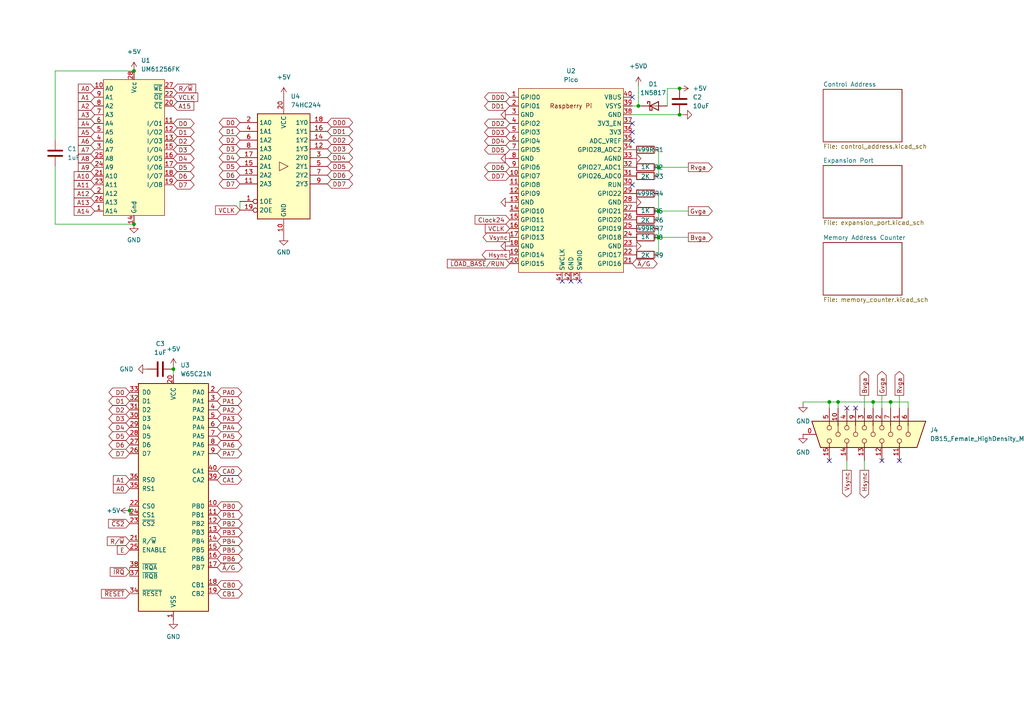
<source format=kicad_sch>
(kicad_sch (version 20211123) (generator eeschema)
  (paper "A4")
  (lib_symbols
    (symbol "6847P:Pico"
      (property "Reference" "U" (at 0 31.75 0))
      (property "Value" "Pico" (at 0 29.21 0))
      (symbol "Pico_0_0"
        (text "Raspberry Pi" (at 0 21.59 0) (effects (font (size 1.27 1.27))))
      )
      (symbol "Pico_0_1"
        (rectangle (start -15.24 26.67) (end 15.24 -26.67) (fill (type background)))
      )
      (symbol "Pico_1_1"
        (pin bidirectional line (at -17.78 24.13 0) (length 2.54) (name "GPIO0") (number "1"))
        (pin bidirectional line (at -17.78 1.27 0) (length 2.54) (name "GPIO7") (number "10"))
        (pin bidirectional line (at -17.78 -1.27 0) (length 2.54) (name "GPIO8") (number "11"))
        (pin bidirectional line (at -17.78 -3.81 0) (length 2.54) (name "GPIO9") (number "12"))
        (pin power_in line (at -17.78 -6.35 0) (length 2.54) (name "GND") (number "13"))
        (pin bidirectional line (at -17.78 -8.89 0) (length 2.54) (name "GPIO10") (number "14"))
        (pin bidirectional line (at -17.78 -11.43 0) (length 2.54) (name "GPIO11") (number "15"))
        (pin bidirectional line (at -17.78 -13.97 0) (length 2.54) (name "GPIO12") (number "16"))
        (pin bidirectional line (at -17.78 -16.51 0) (length 2.54) (name "GPIO13") (number "17"))
        (pin power_in line (at -17.78 -19.05 0) (length 2.54) (name "GND") (number "18"))
        (pin bidirectional line (at -17.78 -21.59 0) (length 2.54) (name "GPIO14") (number "19"))
        (pin bidirectional line (at -17.78 21.59 0) (length 2.54) (name "GPIO1") (number "2"))
        (pin bidirectional line (at -17.78 -24.13 0) (length 2.54) (name "GPIO15") (number "20"))
        (pin bidirectional line (at 17.78 -24.13 180) (length 2.54) (name "GPIO16") (number "21"))
        (pin bidirectional line (at 17.78 -21.59 180) (length 2.54) (name "GPIO17") (number "22"))
        (pin power_in line (at 17.78 -19.05 180) (length 2.54) (name "GND") (number "23"))
        (pin bidirectional line (at 17.78 -16.51 180) (length 2.54) (name "GPIO18") (number "24"))
        (pin bidirectional line (at 17.78 -13.97 180) (length 2.54) (name "GPIO19") (number "25"))
        (pin bidirectional line (at 17.78 -11.43 180) (length 2.54) (name "GPIO20") (number "26"))
        (pin bidirectional line (at 17.78 -8.89 180) (length 2.54) (name "GPIO21") (number "27"))
        (pin power_in line (at 17.78 -6.35 180) (length 2.54) (name "GND") (number "28"))
        (pin bidirectional line (at 17.78 -3.81 180) (length 2.54) (name "GPIO22") (number "29"))
        (pin power_in line (at -17.78 19.05 0) (length 2.54) (name "GND") (number "3"))
        (pin input line (at 17.78 -1.27 180) (length 2.54) (name "RUN") (number "30"))
        (pin bidirectional line (at 17.78 1.27 180) (length 2.54) (name "GPIO26_ADC0") (number "31"))
        (pin bidirectional line (at 17.78 3.81 180) (length 2.54) (name "GPIO27_ADC1") (number "32"))
        (pin power_in line (at 17.78 6.35 180) (length 2.54) (name "AGND") (number "33"))
        (pin bidirectional line (at 17.78 8.89 180) (length 2.54) (name "GPIO28_ADC2") (number "34"))
        (pin unspecified line (at 17.78 11.43 180) (length 2.54) (name "ADC_VREF") (number "35"))
        (pin unspecified line (at 17.78 13.97 180) (length 2.54) (name "3V3") (number "36"))
        (pin input line (at 17.78 16.51 180) (length 2.54) (name "3V3_EN") (number "37"))
        (pin bidirectional line (at 17.78 19.05 180) (length 2.54) (name "GND") (number "38"))
        (pin unspecified line (at 17.78 21.59 180) (length 2.54) (name "VSYS") (number "39"))
        (pin bidirectional line (at -17.78 16.51 0) (length 2.54) (name "GPIO2") (number "4"))
        (pin unspecified line (at 17.78 24.13 180) (length 2.54) (name "VBUS") (number "40"))
        (pin input line (at -2.54 -29.21 90) (length 2.54) (name "SWCLK") (number "41"))
        (pin power_in line (at 0 -29.21 90) (length 2.54) (name "GND") (number "42"))
        (pin bidirectional line (at 2.54 -29.21 90) (length 2.54) (name "SWDIO") (number "43"))
        (pin bidirectional line (at -17.78 13.97 0) (length 2.54) (name "GPIO3") (number "5"))
        (pin bidirectional line (at -17.78 11.43 0) (length 2.54) (name "GPIO4") (number "6"))
        (pin bidirectional line (at -17.78 8.89 0) (length 2.54) (name "GPIO5") (number "7"))
        (pin power_in line (at -17.78 6.35 0) (length 2.54) (name "GND") (number "8"))
        (pin bidirectional line (at -17.78 3.81 0) (length 2.54) (name "GPIO6") (number "9"))
      )
    )
    (symbol "74xx:74HC244"
      (property "Reference" "U" (at -7.62 16.51 0))
      (property "Value" "74HC244" (at -7.62 -16.51 0))
      (symbol "74HC244_1_0"
        (polyline (pts (xy 1.27 0) (xy -1.27 1.27) (xy -1.27 -1.27) (xy 1.27 0)) (stroke (width 0.1524)))
        (pin input inverted (at -12.7 -10.16 0) (length 5.08) (name "1OE") (number "1"))
        (pin power_in line (at 0 -20.32 90) (length 5.08) (name "GND") (number "10"))
        (pin input line (at -12.7 -5.08 0) (length 5.08) (name "2A3") (number "11"))
        (pin tri_state line (at 12.7 5.08 180) (length 5.08) (name "1Y3") (number "12"))
        (pin input line (at -12.7 -2.54 0) (length 5.08) (name "2A2") (number "13"))
        (pin tri_state line (at 12.7 7.62 180) (length 5.08) (name "1Y2") (number "14"))
        (pin input line (at -12.7 0 0) (length 5.08) (name "2A1") (number "15"))
        (pin tri_state line (at 12.7 10.16 180) (length 5.08) (name "1Y1") (number "16"))
        (pin input line (at -12.7 2.54 0) (length 5.08) (name "2A0") (number "17"))
        (pin tri_state line (at 12.7 12.7 180) (length 5.08) (name "1Y0") (number "18"))
        (pin input inverted (at -12.7 -12.7 0) (length 5.08) (name "2OE") (number "19"))
        (pin input line (at -12.7 12.7 0) (length 5.08) (name "1A0") (number "2"))
        (pin power_in line (at 0 20.32 270) (length 5.08) (name "VCC") (number "20"))
        (pin tri_state line (at 12.7 2.54 180) (length 5.08) (name "2Y0") (number "3"))
        (pin input line (at -12.7 10.16 0) (length 5.08) (name "1A1") (number "4"))
        (pin tri_state line (at 12.7 0 180) (length 5.08) (name "2Y1") (number "5"))
        (pin input line (at -12.7 7.62 0) (length 5.08) (name "1A2") (number "6"))
        (pin tri_state line (at 12.7 -2.54 180) (length 5.08) (name "2Y2") (number "7"))
        (pin input line (at -12.7 5.08 0) (length 5.08) (name "1A3") (number "8"))
        (pin tri_state line (at 12.7 -5.08 180) (length 5.08) (name "2Y3") (number "9"))
      )
      (symbol "74HC244_1_1"
        (rectangle (start -7.62 15.24) (end 7.62 -15.24) (stroke (width 0.254)) (fill (type background)))
      )
    )
    (symbol "Connector:DB15_Female_HighDensity_MountingHoles" (pin_names (offset 1.016) hide)
      (property "Reference" "J" (at 0 21.59 0))
      (property "Value" "DB15_Female_HighDensity_MountingHoles" (at 0 19.05 0))
      (symbol "DB15_Female_HighDensity_MountingHoles_0_1"
        (circle (center -1.905 -10.16) (radius 0.635))
        (circle (center -1.905 -5.08) (radius 0.635))
        (circle (center -1.905 0) (radius 0.635))
        (circle (center -1.905 5.08) (radius 0.635))
        (circle (center -1.905 10.16) (radius 0.635))
        (circle (center 0 -7.62) (radius 0.635))
        (circle (center 0 -2.54) (radius 0.635))
        (polyline (pts (xy -3.175 7.62) (xy -0.635 7.62)))
        (polyline (pts (xy -0.635 -7.62) (xy -3.175 -7.62)))
        (polyline (pts (xy -0.635 -2.54) (xy -3.175 -2.54)))
        (polyline (pts (xy -0.635 2.54) (xy -3.175 2.54)))
        (polyline (pts (xy -0.635 12.7) (xy -3.175 12.7)))
        (polyline (pts (xy -3.81 17.78) (xy -3.81 -15.24) (xy 3.81 -12.7) (xy 3.81 15.24) (xy -3.81 17.78)) (stroke (width 0.254)) (fill (type background)))
        (circle (center 0 2.54) (radius 0.635))
        (circle (center 0 7.62) (radius 0.635))
        (circle (center 0 12.7) (radius 0.635))
        (circle (center 1.905 -10.16) (radius 0.635))
        (circle (center 1.905 -5.08) (radius 0.635))
        (circle (center 1.905 0) (radius 0.635))
        (circle (center 1.905 5.08) (radius 0.635))
        (circle (center 1.905 10.16) (radius 0.635))
      )
      (symbol "DB15_Female_HighDensity_MountingHoles_1_1"
        (pin passive line (at 0 -17.78 90) (length 3.81) (name "~") (number "0"))
        (pin passive line (at -7.62 10.16 0) (length 5.08) (name "~") (number "1"))
        (pin passive line (at -7.62 -7.62 0) (length 5.08) (name "~") (number "10"))
        (pin passive line (at 7.62 10.16 180) (length 5.08) (name "~") (number "11"))
        (pin passive line (at 7.62 5.08 180) (length 5.08) (name "~") (number "12"))
        (pin passive line (at 7.62 0 180) (length 5.08) (name "~") (number "13"))
        (pin passive line (at 7.62 -5.08 180) (length 5.08) (name "~") (number "14"))
        (pin passive line (at 7.62 -10.16 180) (length 5.08) (name "~") (number "15"))
        (pin passive line (at -7.62 5.08 0) (length 5.08) (name "~") (number "2"))
        (pin passive line (at -7.62 0 0) (length 5.08) (name "~") (number "3"))
        (pin passive line (at -7.62 -5.08 0) (length 5.08) (name "~") (number "4"))
        (pin passive line (at -7.62 -10.16 0) (length 5.08) (name "~") (number "5"))
        (pin passive line (at -7.62 12.7 0) (length 5.08) (name "~") (number "6"))
        (pin passive line (at -7.62 7.62 0) (length 5.08) (name "~") (number "7"))
        (pin passive line (at -7.62 2.54 0) (length 5.08) (name "~") (number "8"))
        (pin passive line (at -7.62 -2.54 0) (length 5.08) (name "~") (number "9"))
      )
    )
    (symbol "Device:C" (pin_numbers hide) (pin_names (offset 0.254))
      (property "Reference" "C" (at 0.635 2.54 0))
      (property "Value" "C" (at 0.635 -2.54 0))
      (symbol "C_0_1"
        (polyline (pts (xy -2.032 -0.762) (xy 2.032 -0.762)) (stroke (width 0.508)))
        (polyline (pts (xy -2.032 0.762) (xy 2.032 0.762)) (stroke (width 0.508)))
      )
      (symbol "C_1_1"
        (pin passive line (at 0 3.81 270) (length 2.794) (name "~") (number "1"))
        (pin passive line (at 0 -3.81 90) (length 2.794) (name "~") (number "2"))
      )
    )
    (symbol "Device:R" (pin_numbers hide) (pin_names (offset 0))
      (property "Reference" "R" (at 2.032 0 90))
      (property "Value" "R" (at 0 0 90))
      (symbol "R_0_1"
        (rectangle (start -1.016 -2.54) (end 1.016 2.54) (stroke (width 0.254)))
      )
      (symbol "R_1_1"
        (pin passive line (at 0 3.81 270) (length 1.27) (name "~") (number "1"))
        (pin passive line (at 0 -3.81 90) (length 1.27) (name "~") (number "2"))
      )
    )
    (symbol "Diode:1N5817" (pin_numbers hide) (pin_names (offset 1.016) hide)
      (property "Reference" "D" (at 0 2.54 0))
      (property "Value" "1N5817" (at 0 -2.54 0))
      (symbol "1N5817_0_1"
        (polyline (pts (xy 1.27 0) (xy -1.27 0)))
        (polyline (pts (xy 1.27 1.27) (xy 1.27 -1.27) (xy -1.27 0) (xy 1.27 1.27)) (stroke (width 0.254)))
        (polyline (pts (xy -1.905 0.635) (xy -1.905 1.27) (xy -1.27 1.27) (xy -1.27 -1.27) (xy -0.635 -1.27) (xy -0.635 -0.635)) (stroke (width 0.254)))
      )
      (symbol "1N5817_1_1"
        (pin passive line (at -3.81 0 0) (length 2.54) (name "K") (number "1"))
        (pin passive line (at 3.81 0 180) (length 2.54) (name "A") (number "2"))
      )
    )
    (symbol "Interface:6821" (pin_names (offset 1.016))
      (property "Reference" "U" (at -7.62 34.29 0))
      (property "Value" "6821" (at 10.16 34.29 0))
      (symbol "6821_0_1"
        (rectangle (start -10.16 -33.02) (end 10.16 33.02) (stroke (width 0.254)) (fill (type background)))
      )
      (symbol "6821_1_1"
        (pin power_in line (at 0 -35.56 90) (length 2.54) (name "VSS") (number "1"))
        (pin bidirectional line (at 12.7 -2.54 180) (length 2.54) (name "PB0") (number "10"))
        (pin bidirectional line (at 12.7 -5.08 180) (length 2.54) (name "PB1") (number "11"))
        (pin bidirectional line (at 12.7 -7.62 180) (length 2.54) (name "PB2") (number "12"))
        (pin bidirectional line (at 12.7 -10.16 180) (length 2.54) (name "PB3") (number "13"))
        (pin bidirectional line (at 12.7 -12.7 180) (length 2.54) (name "PB4") (number "14"))
        (pin bidirectional line (at 12.7 -15.24 180) (length 2.54) (name "PB5") (number "15"))
        (pin bidirectional line (at 12.7 -17.78 180) (length 2.54) (name "PB6") (number "16"))
        (pin bidirectional line (at 12.7 -20.32 180) (length 2.54) (name "PB7") (number "17"))
        (pin input line (at 12.7 -25.4 180) (length 2.54) (name "CB1") (number "18"))
        (pin bidirectional line (at 12.7 -27.94 180) (length 2.54) (name "CB2") (number "19"))
        (pin bidirectional line (at 12.7 30.48 180) (length 2.54) (name "PA0") (number "2"))
        (pin power_in line (at 0 35.56 270) (length 2.54) (name "VCC") (number "20"))
        (pin input line (at -12.7 -12.7 0) (length 2.54) (name "R/~{W}") (number "21"))
        (pin input line (at -12.7 -2.54 0) (length 2.54) (name "CS0") (number "22"))
        (pin input line (at -12.7 -7.62 0) (length 2.54) (name "~{CS2}") (number "23"))
        (pin input line (at -12.7 -5.08 0) (length 2.54) (name "CS1") (number "24"))
        (pin input line (at -12.7 -15.24 0) (length 2.54) (name "ENABLE") (number "25"))
        (pin bidirectional line (at -12.7 12.7 0) (length 2.54) (name "D7") (number "26"))
        (pin bidirectional line (at -12.7 15.24 0) (length 2.54) (name "D6") (number "27"))
        (pin bidirectional line (at -12.7 17.78 0) (length 2.54) (name "D5") (number "28"))
        (pin bidirectional line (at -12.7 20.32 0) (length 2.54) (name "D4") (number "29"))
        (pin bidirectional line (at 12.7 27.94 180) (length 2.54) (name "PA1") (number "3"))
        (pin bidirectional line (at -12.7 22.86 0) (length 2.54) (name "D3") (number "30"))
        (pin bidirectional line (at -12.7 25.4 0) (length 2.54) (name "D2") (number "31"))
        (pin bidirectional line (at -12.7 27.94 0) (length 2.54) (name "D1") (number "32"))
        (pin bidirectional line (at -12.7 30.48 0) (length 2.54) (name "D0") (number "33"))
        (pin input line (at -12.7 -27.94 0) (length 2.54) (name "~{RESET}") (number "34"))
        (pin input line (at -12.7 2.54 0) (length 2.54) (name "RS1") (number "35"))
        (pin input line (at -12.7 5.08 0) (length 2.54) (name "RS0") (number "36"))
        (pin open_collector line (at -12.7 -22.86 0) (length 2.54) (name "~{IRQB}") (number "37"))
        (pin open_collector line (at -12.7 -20.32 0) (length 2.54) (name "~{IRQA}") (number "38"))
        (pin bidirectional line (at 12.7 5.08 180) (length 2.54) (name "CA2") (number "39"))
        (pin bidirectional line (at 12.7 25.4 180) (length 2.54) (name "PA2") (number "4"))
        (pin input line (at 12.7 7.62 180) (length 2.54) (name "CA1") (number "40"))
        (pin bidirectional line (at 12.7 22.86 180) (length 2.54) (name "PA3") (number "5"))
        (pin bidirectional line (at 12.7 20.32 180) (length 2.54) (name "PA4") (number "6"))
        (pin bidirectional line (at 12.7 17.78 180) (length 2.54) (name "PA5") (number "7"))
        (pin bidirectional line (at 12.7 15.24 180) (length 2.54) (name "PA6") (number "8"))
        (pin bidirectional line (at 12.7 12.7 180) (length 2.54) (name "PA7") (number "9"))
      )
    )
    (symbol "UM61256FK_1"
      (property "Reference" "U" (at 0 8.89 0))
      (property "Value" "UM61256FK_1" (at 0 11.43 0))
      (symbol "UM61256FK_1_0_1"
        (rectangle (start -8.89 21.59) (end 8.89 -17.78) (fill (type background)))
      )
      (symbol "UM61256FK_1_1_1"
        (pin input line (at -11.43 -16.51 0) (length 2.54) (name "A14") (number "1"))
        (pin input line (at -11.43 19.05 0) (length 2.54) (name "A0") (number "10"))
        (pin bidirectional line (at 11.43 8.89 180) (length 2.54) (name "I/O1") (number "11"))
        (pin bidirectional line (at 11.43 6.35 180) (length 2.54) (name "I/O2") (number "12"))
        (pin bidirectional line (at 11.43 3.81 180) (length 2.54) (name "I/O3") (number "13"))
        (pin power_in line (at 0 -20.32 90) (length 2.54) (name "Gnd") (number "14"))
        (pin bidirectional line (at 11.43 1.27 180) (length 2.54) (name "I/O4") (number "15"))
        (pin bidirectional line (at 11.43 -1.27 180) (length 2.54) (name "I/O5") (number "16"))
        (pin bidirectional line (at 11.43 -3.81 180) (length 2.54) (name "I/O6") (number "17"))
        (pin bidirectional line (at 11.43 -6.35 180) (length 2.54) (name "I/O7") (number "18"))
        (pin bidirectional line (at 11.43 -8.89 180) (length 2.54) (name "I/O8") (number "19"))
        (pin input line (at -11.43 -11.43 0) (length 2.54) (name "A12") (number "2"))
        (pin input line (at 11.43 13.97 180) (length 2.54) (name "~{CE}") (number "20"))
        (pin input line (at -11.43 -6.35 0) (length 2.54) (name "A10") (number "21"))
        (pin input line (at 11.43 16.51 180) (length 2.54) (name "~{OE}") (number "22"))
        (pin input line (at -11.43 -8.89 0) (length 2.54) (name "A11") (number "23"))
        (pin input line (at -11.43 -3.81 0) (length 2.54) (name "A9") (number "24"))
        (pin input line (at -11.43 -1.27 0) (length 2.54) (name "A8") (number "25"))
        (pin input line (at -11.43 -13.97 0) (length 2.54) (name "A13") (number "26"))
        (pin input line (at 11.43 19.05 180) (length 2.54) (name "~{WE}") (number "27"))
        (pin power_in line (at 0 24.13 270) (length 2.54) (name "Vcc") (number "28"))
        (pin input line (at -11.43 1.27 0) (length 2.54) (name "A7") (number "3"))
        (pin input line (at -11.43 3.81 0) (length 2.54) (name "A6") (number "4"))
        (pin input line (at -11.43 6.35 0) (length 2.54) (name "A5") (number "5"))
        (pin input line (at -11.43 8.89 0) (length 2.54) (name "A4") (number "6"))
        (pin input line (at -11.43 11.43 0) (length 2.54) (name "A3") (number "7"))
        (pin input line (at -11.43 13.97 0) (length 2.54) (name "A2") (number "8"))
        (pin input line (at -11.43 16.51 0) (length 2.54) (name "A1") (number "9"))
      )
    )
    (symbol "power:+5V" (power) (pin_names (offset 0))
      (property "Value" "+5V" (at 0 3.556 0))
      (symbol "+5V_0_1"
        (polyline (pts (xy -0.762 1.27) (xy 0 2.54)))
        (polyline (pts (xy 0 0) (xy 0 2.54)))
        (polyline (pts (xy 0 2.54) (xy 0.762 1.27)))
      )
      (symbol "+5V_1_1"
        (pin power_in line (at 0 0 90) (length 0) hide (name "+5V") (number "1"))
      )
    )
    (symbol "power:+5VD" (power) (pin_names (offset 0))
      (property "Value" "+5VD" (at 0 3.556 0))
      (symbol "+5VD_0_1"
        (polyline (pts (xy -0.762 1.27) (xy 0 2.54)))
        (polyline (pts (xy 0 0) (xy 0 2.54)))
        (polyline (pts (xy 0 2.54) (xy 0.762 1.27)))
      )
      (symbol "+5VD_1_1"
        (pin power_in line (at 0 0 90) (length 0) hide (name "+5VD") (number "1"))
      )
    )
    (symbol "power:GND" (power) (pin_names (offset 0))
      (property "Value" "GND" (at 0 -3.81 0))
      (symbol "GND_0_1"
        (polyline (pts (xy 0 0) (xy 0 -1.27) (xy 1.27 -1.27) (xy 0 -2.54) (xy -1.27 -1.27) (xy 0 -1.27)))
      )
      (symbol "GND_1_1"
        (pin power_in line (at 0 0 270) (length 0) hide (name "GND") (number "1"))
      )
    )
  )
  (junction (at 197.104 25.654))
  (junction (at 240.538 116.586))
  (junction (at 191.008 48.514))
  (junction (at 243.078 116.586))
  (junction (at 191.008 68.834))
  (junction (at 191.008 61.214))
  (junction (at 38.862 65.024))
  (junction (at 197.104 33.274))
  (junction (at 253.238 116.586))
  (junction (at 185.166 30.734))
  (junction (at 37.592 148.082))
  (junction (at 258.318 116.586))
  (junction (at 50.292 107.061))
  (junction (at 38.862 20.574))
  (no_connect (at 260.858 133.604))
  (no_connect (at 245.618 118.364))
  (no_connect (at 248.158 118.364))
  (no_connect (at 255.778 133.604))
  (no_connect (at 240.538 133.604))
  (no_connect (at 183.388 40.894))
  (no_connect (at 183.388 38.354))
  (no_connect (at 183.388 35.814))
  (no_connect (at 183.388 53.594))
  (no_connect (at 183.388 28.194))
  (no_connect (at 165.608 81.534))
  (no_connect (at 168.148 81.534))
  (no_connect (at 163.068 81.534))
  (wire (pts (xy 191.008 43.434) (xy 191.008 48.514)))
  (wire (pts (xy 253.238 116.586) (xy 258.318 116.586)))
  (wire (pts (xy 199.644 48.514) (xy 191.008 48.514)))
  (wire (pts (xy 37.592 148.082) (xy 37.592 149.352)))
  (wire (pts (xy 193.548 25.654) (xy 193.548 30.734)))
  (wire (pts (xy 191.008 48.514) (xy 191.008 51.054)))
  (wire (pts (xy 197.104 25.654) (xy 193.548 25.654)))
  (wire (pts (xy 198.12 33.274) (xy 197.104 33.274)))
  (wire (pts (xy 263.398 118.364) (xy 263.398 116.586)))
  (wire (pts (xy 243.078 116.586) (xy 240.538 116.586)))
  (wire (pts (xy 37.592 148.082) (xy 37.592 146.812)))
  (wire (pts (xy 253.238 116.586) (xy 243.078 116.586)))
  (wire (pts (xy 250.698 114.681) (xy 250.698 118.364)))
  (wire (pts (xy 16.002 65.024) (xy 38.862 65.024)))
  (wire (pts (xy 191.008 68.834) (xy 191.008 73.914)))
  (wire (pts (xy 245.618 136.398) (xy 245.618 133.604)))
  (wire (pts (xy 185.166 30.734) (xy 183.388 30.734)))
  (wire (pts (xy 263.398 116.586) (xy 258.318 116.586)))
  (wire (pts (xy 191.008 61.214) (xy 191.008 63.754)))
  (wire (pts (xy 50.292 107.061) (xy 50.292 108.712)))
  (wire (pts (xy 240.538 116.586) (xy 240.538 118.364)))
  (wire (pts (xy 232.918 116.586) (xy 240.538 116.586)))
  (wire (pts (xy 191.008 56.134) (xy 191.008 61.214)))
  (wire (pts (xy 50.292 106.553) (xy 50.292 107.061)))
  (wire (pts (xy 232.918 116.967) (xy 232.918 116.586)))
  (wire (pts (xy 243.078 116.586) (xy 243.078 118.364)))
  (wire (pts (xy 37.592 164.592) (xy 37.592 167.132)))
  (wire (pts (xy 16.002 48.26) (xy 16.002 65.024)))
  (wire (pts (xy 191.008 66.294) (xy 191.008 68.834)))
  (wire (pts (xy 185.166 24.892) (xy 185.166 30.734)))
  (wire (pts (xy 255.778 114.681) (xy 255.778 118.364)))
  (wire (pts (xy 199.644 61.214) (xy 191.008 61.214)))
  (wire (pts (xy 260.858 114.681) (xy 260.858 118.364)))
  (wire (pts (xy 199.644 68.834) (xy 191.008 68.834)))
  (wire (pts (xy 250.698 136.398) (xy 250.698 133.604)))
  (wire (pts (xy 258.318 116.586) (xy 258.318 118.364)))
  (wire (pts (xy 16.002 20.574) (xy 16.002 40.64)))
  (wire (pts (xy 183.388 33.274) (xy 197.104 33.274)))
  (wire (pts (xy 69.596 60.96) (xy 69.596 58.42)))
  (wire (pts (xy 253.238 118.364) (xy 253.238 116.586)))
  (wire (pts (xy 185.928 30.734) (xy 185.166 30.734)))
  (wire (pts (xy 38.862 20.574) (xy 16.002 20.574)))
  (global_label "PB1" (shape bidirectional) (at 62.992 149.352 0) (property "Intersheet References" "${INTERSHEET_REFS}" (effects hide)))
  (global_label "DD7" (shape bidirectional) (at 94.996 53.34 0) (property "Intersheet References" "${INTERSHEET_REFS}" (effects hide)))
  (global_label "D6" (shape bidirectional) (at 37.592 129.032 180) (property "Intersheet References" "${INTERSHEET_REFS}" (effects hide)))
  (global_label "Vsync" (shape output) (at 245.618 136.398 270) (property "Intersheet References" "${INTERSHEET_REFS}" (effects hide)))
  (global_label "D0" (shape bidirectional) (at 37.592 113.792 180) (property "Intersheet References" "${INTERSHEET_REFS}" (effects hide)))
  (global_label "A3" (shape input) (at 27.432 33.274 180) (property "Intersheet References" "${INTERSHEET_REFS}" (effects hide)))
  (global_label "~{CS2}" (shape input) (at 37.592 151.892 180) (property "Intersheet References" "${INTERSHEET_REFS}" (effects hide)))
  (global_label "~{A}{slash}G" (shape bidirectional) (at 62.992 164.592 0) (property "Intersheet References" "${INTERSHEET_REFS}" (effects hide)))
  (global_label "A6" (shape input) (at 27.432 40.894 180) (property "Intersheet References" "${INTERSHEET_REFS}" (effects hide)))
  (global_label "D5" (shape bidirectional) (at 50.292 48.514 0) (property "Intersheet References" "${INTERSHEET_REFS}" (effects hide)))
  (global_label "D5" (shape bidirectional) (at 69.596 48.26 180) (property "Intersheet References" "${INTERSHEET_REFS}" (effects hide)))
  (global_label "Gvga" (shape output) (at 199.644 61.214 0) (property "Intersheet References" "${INTERSHEET_REFS}" (effects hide)))
  (global_label "D7" (shape bidirectional) (at 50.292 53.594 0) (property "Intersheet References" "${INTERSHEET_REFS}" (effects hide)))
  (global_label "PA7" (shape bidirectional) (at 62.992 131.572 0) (property "Intersheet References" "${INTERSHEET_REFS}" (effects hide)))
  (global_label "A13" (shape input) (at 27.432 58.674 180) (property "Intersheet References" "${INTERSHEET_REFS}" (effects hide)))
  (global_label "VCLK" (shape input) (at 50.292 28.194 0) (property "Intersheet References" "${INTERSHEET_REFS}" (effects hide)))
  (global_label "CB0" (shape bidirectional) (at 62.992 169.672 0) (property "Intersheet References" "${INTERSHEET_REFS}" (effects hide)))
  (global_label "A9" (shape input) (at 27.432 48.514 180) (property "Intersheet References" "${INTERSHEET_REFS}" (effects hide)))
  (global_label "A2" (shape input) (at 27.432 30.734 180) (property "Intersheet References" "${INTERSHEET_REFS}" (effects hide)))
  (global_label "~{LOAD_BASE}{slash}RUN" (shape input) (at 147.828 76.454 180) (property "Intersheet References" "${INTERSHEET_REFS}" (effects hide)))
  (global_label "D0" (shape bidirectional) (at 69.596 35.56 180) (property "Intersheet References" "${INTERSHEET_REFS}" (effects hide)))
  (global_label "A0" (shape input) (at 37.592 141.732 180) (property "Intersheet References" "${INTERSHEET_REFS}" (effects hide)))
  (global_label "PA1" (shape bidirectional) (at 62.992 116.332 0) (property "Intersheet References" "${INTERSHEET_REFS}" (effects hide)))
  (global_label "D1" (shape bidirectional) (at 69.596 38.1 180) (property "Intersheet References" "${INTERSHEET_REFS}" (effects hide)))
  (global_label "PB3" (shape bidirectional) (at 62.992 154.432 0) (property "Intersheet References" "${INTERSHEET_REFS}" (effects hide)))
  (global_label "PA2" (shape bidirectional) (at 62.992 118.872 0) (property "Intersheet References" "${INTERSHEET_REFS}" (effects hide)))
  (global_label "A10" (shape input) (at 27.432 51.054 180) (property "Intersheet References" "${INTERSHEET_REFS}" (effects hide)))
  (global_label "Hsync" (shape output) (at 147.828 73.914 180) (property "Intersheet References" "${INTERSHEET_REFS}" (effects hide)))
  (global_label "~{RESET}" (shape input) (at 37.592 172.212 180) (property "Intersheet References" "${INTERSHEET_REFS}" (effects hide)))
  (global_label "DD0" (shape bidirectional) (at 147.828 28.194 180) (property "Intersheet References" "${INTERSHEET_REFS}" (effects hide)))
  (global_label "D7" (shape bidirectional) (at 37.592 131.572 180) (property "Intersheet References" "${INTERSHEET_REFS}" (effects hide)))
  (global_label "D1" (shape bidirectional) (at 50.292 38.354 0) (property "Intersheet References" "${INTERSHEET_REFS}" (effects hide)))
  (global_label "R{slash}~{W}" (shape input) (at 50.292 25.654 0) (property "Intersheet References" "${INTERSHEET_REFS}" (effects hide)))
  (global_label "DD0" (shape bidirectional) (at 94.996 35.56 0) (property "Intersheet References" "${INTERSHEET_REFS}" (effects hide)))
  (global_label "D2" (shape bidirectional) (at 69.596 40.64 180) (property "Intersheet References" "${INTERSHEET_REFS}" (effects hide)))
  (global_label "DD2" (shape bidirectional) (at 94.996 40.64 0) (property "Intersheet References" "${INTERSHEET_REFS}" (effects hide)))
  (global_label "D2" (shape bidirectional) (at 37.592 118.872 180) (property "Intersheet References" "${INTERSHEET_REFS}" (effects hide)))
  (global_label "DD3" (shape bidirectional) (at 147.828 38.354 180) (property "Intersheet References" "${INTERSHEET_REFS}" (effects hide)))
  (global_label "PA0" (shape bidirectional) (at 62.992 113.792 0) (property "Intersheet References" "${INTERSHEET_REFS}" (effects hide)))
  (global_label "D5" (shape bidirectional) (at 37.592 126.492 180) (property "Intersheet References" "${INTERSHEET_REFS}" (effects hide)))
  (global_label "D4" (shape bidirectional) (at 37.592 123.952 180) (property "Intersheet References" "${INTERSHEET_REFS}" (effects hide)))
  (global_label "PB6" (shape bidirectional) (at 62.992 162.052 0) (property "Intersheet References" "${INTERSHEET_REFS}" (effects hide)))
  (global_label "A0" (shape input) (at 27.432 25.654 180) (property "Intersheet References" "${INTERSHEET_REFS}" (effects hide)))
  (global_label "E" (shape input) (at 37.592 159.512 180) (property "Intersheet References" "${INTERSHEET_REFS}" (effects hide)))
  (global_label "D4" (shape bidirectional) (at 50.292 45.974 0) (property "Intersheet References" "${INTERSHEET_REFS}" (effects hide)))
  (global_label "A7" (shape input) (at 27.432 43.434 180) (property "Intersheet References" "${INTERSHEET_REFS}" (effects hide)))
  (global_label "A15" (shape input) (at 50.292 30.734 0) (property "Intersheet References" "${INTERSHEET_REFS}" (effects hide)))
  (global_label "D4" (shape bidirectional) (at 69.596 45.72 180) (property "Intersheet References" "${INTERSHEET_REFS}" (effects hide)))
  (global_label "Clock24" (shape input) (at 147.828 63.754 180) (property "Intersheet References" "${INTERSHEET_REFS}" (effects hide)))
  (global_label "Vsync" (shape output) (at 147.828 68.834 180) (property "Intersheet References" "${INTERSHEET_REFS}" (effects hide)))
  (global_label "D7" (shape bidirectional) (at 69.596 53.34 180) (property "Intersheet References" "${INTERSHEET_REFS}" (effects hide)))
  (global_label "PA4" (shape bidirectional) (at 62.992 123.952 0) (property "Intersheet References" "${INTERSHEET_REFS}" (effects hide)))
  (global_label "PB2" (shape bidirectional) (at 62.992 151.892 0) (property "Intersheet References" "${INTERSHEET_REFS}" (effects hide)))
  (global_label "A4" (shape input) (at 27.432 35.814 180) (property "Intersheet References" "${INTERSHEET_REFS}" (effects hide)))
  (global_label "DD7" (shape bidirectional) (at 147.828 51.054 180) (property "Intersheet References" "${INTERSHEET_REFS}" (effects hide)))
  (global_label "Bvga" (shape output) (at 250.698 114.681 90) (property "Intersheet References" "${INTERSHEET_REFS}" (effects hide)))
  (global_label "DD3" (shape bidirectional) (at 94.996 43.18 0) (property "Intersheet References" "${INTERSHEET_REFS}" (effects hide)))
  (global_label "PA3" (shape bidirectional) (at 62.992 121.412 0) (property "Intersheet References" "${INTERSHEET_REFS}" (effects hide)))
  (global_label "A12" (shape input) (at 27.432 56.134 180) (property "Intersheet References" "${INTERSHEET_REFS}" (effects hide)))
  (global_label "~{IRQ}" (shape input) (at 37.592 165.862 180) (property "Intersheet References" "${INTERSHEET_REFS}" (effects hide)))
  (global_label "PA6" (shape bidirectional) (at 62.992 129.032 0) (property "Intersheet References" "${INTERSHEET_REFS}" (effects hide)))
  (global_label "R{slash}~{W}" (shape input) (at 37.592 156.972 180) (property "Intersheet References" "${INTERSHEET_REFS}" (effects hide)))
  (global_label "DD2" (shape bidirectional) (at 147.828 35.814 180) (property "Intersheet References" "${INTERSHEET_REFS}" (effects hide)))
  (global_label "~{A}{slash}G" (shape bidirectional) (at 183.388 76.454 0) (property "Intersheet References" "${INTERSHEET_REFS}" (effects hide)))
  (global_label "D6" (shape bidirectional) (at 50.292 51.054 0) (property "Intersheet References" "${INTERSHEET_REFS}" (effects hide)))
  (global_label "PA5" (shape bidirectional) (at 62.992 126.492 0) (property "Intersheet References" "${INTERSHEET_REFS}" (effects hide)))
  (global_label "DD4" (shape bidirectional) (at 94.996 45.72 0) (property "Intersheet References" "${INTERSHEET_REFS}" (effects hide)))
  (global_label "D3" (shape bidirectional) (at 50.292 43.434 0) (property "Intersheet References" "${INTERSHEET_REFS}" (effects hide)))
  (global_label "Gvga" (shape output) (at 255.778 114.681 90) (property "Intersheet References" "${INTERSHEET_REFS}" (effects hide)))
  (global_label "DD6" (shape bidirectional) (at 147.828 48.514 180) (property "Intersheet References" "${INTERSHEET_REFS}" (effects hide)))
  (global_label "VCLK" (shape input) (at 147.828 66.294 180) (property "Intersheet References" "${INTERSHEET_REFS}" (effects hide)))
  (global_label "DD1" (shape bidirectional) (at 147.828 30.734 180) (property "Intersheet References" "${INTERSHEET_REFS}" (effects hide)))
  (global_label "DD4" (shape bidirectional) (at 147.828 40.894 180) (property "Intersheet References" "${INTERSHEET_REFS}" (effects hide)))
  (global_label "PB0" (shape bidirectional) (at 62.992 146.812 0) (property "Intersheet References" "${INTERSHEET_REFS}" (effects hide)))
  (global_label "A14" (shape input) (at 27.432 61.214 180) (property "Intersheet References" "${INTERSHEET_REFS}" (effects hide)))
  (global_label "VCLK" (shape input) (at 69.596 60.96 180) (property "Intersheet References" "${INTERSHEET_REFS}" (effects hide)))
  (global_label "CA0" (shape bidirectional) (at 62.992 136.652 0) (property "Intersheet References" "${INTERSHEET_REFS}" (effects hide)))
  (global_label "D0" (shape bidirectional) (at 50.292 35.814 0) (property "Intersheet References" "${INTERSHEET_REFS}" (effects hide)))
  (global_label "D6" (shape bidirectional) (at 69.596 50.8 180) (property "Intersheet References" "${INTERSHEET_REFS}" (effects hide)))
  (global_label "PB4" (shape bidirectional) (at 62.992 156.972 0) (property "Intersheet References" "${INTERSHEET_REFS}" (effects hide)))
  (global_label "PB5" (shape bidirectional) (at 62.992 159.512 0) (property "Intersheet References" "${INTERSHEET_REFS}" (effects hide)))
  (global_label "DD1" (shape bidirectional) (at 94.996 38.1 0) (property "Intersheet References" "${INTERSHEET_REFS}" (effects hide)))
  (global_label "A5" (shape input) (at 27.432 38.354 180) (property "Intersheet References" "${INTERSHEET_REFS}" (effects hide)))
  (global_label "Rvga" (shape output) (at 260.858 114.681 90) (property "Intersheet References" "${INTERSHEET_REFS}" (effects hide)))
  (global_label "A1" (shape input) (at 37.592 139.192 180) (property "Intersheet References" "${INTERSHEET_REFS}" (effects hide)))
  (global_label "D3" (shape bidirectional) (at 69.596 43.18 180) (property "Intersheet References" "${INTERSHEET_REFS}" (effects hide)))
  (global_label "Rvga" (shape output) (at 199.644 48.514 0) (property "Intersheet References" "${INTERSHEET_REFS}" (effects hide)))
  (global_label "Hsync" (shape output) (at 250.698 136.398 270) (property "Intersheet References" "${INTERSHEET_REFS}" (effects hide)))
  (global_label "DD5" (shape bidirectional) (at 94.996 48.26 0) (property "Intersheet References" "${INTERSHEET_REFS}" (effects hide)))
  (global_label "A8" (shape input) (at 27.432 45.974 180) (property "Intersheet References" "${INTERSHEET_REFS}" (effects hide)))
  (global_label "D1" (shape bidirectional) (at 37.592 116.332 180) (property "Intersheet References" "${INTERSHEET_REFS}" (effects hide)))
  (global_label "A11" (shape input) (at 27.432 53.594 180) (property "Intersheet References" "${INTERSHEET_REFS}" (effects hide)))
  (global_label "D3" (shape bidirectional) (at 37.592 121.412 180) (property "Intersheet References" "${INTERSHEET_REFS}" (effects hide)))
  (global_label "A1" (shape input) (at 27.432 28.194 180) (property "Intersheet References" "${INTERSHEET_REFS}" (effects hide)))
  (global_label "DD6" (shape bidirectional) (at 94.996 50.8 0) (property "Intersheet References" "${INTERSHEET_REFS}" (effects hide)))
  (global_label "DD5" (shape bidirectional) (at 147.828 43.434 180) (property "Intersheet References" "${INTERSHEET_REFS}" (effects hide)))
  (global_label "CB1" (shape bidirectional) (at 62.992 172.212 0) (property "Intersheet References" "${INTERSHEET_REFS}" (effects hide)))
  (global_label "Bvga" (shape output) (at 199.644 68.834 0) (property "Intersheet References" "${INTERSHEET_REFS}" (effects hide)))
  (global_label "CA1" (shape bidirectional) (at 62.992 139.192 0) (property "Intersheet References" "${INTERSHEET_REFS}" (effects hide)))
  (global_label "D2" (shape bidirectional) (at 50.292 40.894 0) (property "Intersheet References" "${INTERSHEET_REFS}" (effects hide)))
  (symbol (lib_id "power:GND") (at 232.918 116.967 0) (unit 1)
    (property "Reference" "#PWR0134" (effects hide))
    (property "Value" "GND" (at 232.918 122.174 0))
  )
  (symbol (lib_id "Device:C") (at 197.104 29.464 0) (unit 1)
    (property "Reference" "C2" (at 200.914 28.1939 0) (effects (justify left)))
    (property "Value" "10uF" (at 200.914 30.7339 0) (effects (justify left)))
    (property "Footprint" "Capacitor_SMD:C_0805_2012Metric" (effects hide))
  )
  (symbol (lib_id "power:+5V") (at 197.104 25.654 270) (unit 1)
    (property "Reference" "#PWR017" (effects hide))
    (property "Value" "+5V" (at 200.914 25.6539 90) (effects (justify left)))
  )
  (symbol (lib_name "UM61256FK_1") (lib_id "6309sbc:UM61256FK") (at 38.862 44.704 0) (unit 1)
    (property "Reference" "U1" (at 40.8814 17.526 0) (effects (justify left)))
    (property "Value" "UM61256FK" (at 40.8814 20.066 0) (effects (justify left)))
    (property "Footprint" "Package_DIP:DIP-28_W7.62mm" (effects hide))
    (property "Note" "low 32k" (effects hide))
  )
  (symbol (lib_id "Device:R") (at 187.198 68.834 270) (unit 1)
    (property "Reference" "R8" (at 191.008 68.834 90))
    (property "Value" "1K" (at 187.198 68.707 90))
    (property "Footprint" "Resistor_SMD:R_0805_2012Metric" (effects hide))
  )
  (symbol (lib_id "power:+5V") (at 50.292 106.553 0) (unit 1)
    (property "Reference" "#PWR0105" (effects hide))
    (property "Value" "+5V" (at 50.292 101.219 0))
  )
  (symbol (lib_id "Device:R") (at 187.198 51.054 270) (unit 1)
    (property "Reference" "R3" (at 191.135 51.181 90))
    (property "Value" "2K" (at 187.198 51.181 90))
    (property "Footprint" "Resistor_SMD:R_0805_2012Metric" (effects hide))
  )
  (symbol (lib_id "Device:C") (at 46.482 107.061 270) (unit 1)
    (property "Reference" "C3" (at 46.482 99.695 90))
    (property "Value" "1uF" (at 46.482 102.235 90))
    (property "Footprint" "Capacitor_SMD:C_0805_2012Metric" (effects hide))
  )
  (symbol (lib_id "74xx:74HC244") (at 82.296 48.26 0) (unit 1)
    (property "Reference" "U4" (at 84.3154 27.94 0) (effects (justify left)))
    (property "Value" "74HC244" (at 84.3154 30.48 0) (effects (justify left)))
    (property "Footprint" "Package_SO:SO-20_5.3x12.6mm_P1.27mm" (effects hide))
    (property "Datasheet" "https://assets.nexperia.com/documents/data-sheet/74HC_HCT244.pdf" (effects hide))
  )
  (symbol (lib_id "Device:R") (at 187.198 66.294 270) (unit 1)
    (property "Reference" "R7" (at 191.135 66.294 90))
    (property "Value" "499R" (at 187.198 66.294 90))
    (property "Footprint" "Resistor_SMD:R_0805_2012Metric" (effects hide))
  )
  (symbol (lib_id "power:GND") (at 183.388 71.374 90) (mirror x) (unit 1)
    (property "Reference" "#PWR015" (effects hide))
    (property "Value" "GND" (effects hide))
  )
  (symbol (lib_id "power:GND") (at 232.918 125.984 0) (unit 1)
    (property "Reference" "#PWR019" (effects hide))
    (property "Value" "GND" (at 232.918 131.191 0))
  )
  (symbol (lib_id "power:GND") (at 147.828 71.374 270) (unit 1)
    (property "Reference" "#PWR012" (effects hide))
    (property "Value" "GND" (effects hide))
  )
  (symbol (lib_id "Device:R") (at 187.198 73.914 270) (unit 1)
    (property "Reference" "R9" (at 191.135 74.041 90))
    (property "Value" "2K" (at 187.198 74.041 90))
    (property "Footprint" "Resistor_SMD:R_0805_2012Metric" (effects hide))
  )
  (symbol (lib_id "Connector:DB15_Female_HighDensity_MountingHoles") (at 250.698 125.984 270) (unit 1)
    (property "Reference" "J4" (at 269.748 124.7139 90) (effects (justify left)))
    (property "Value" "DB15_Female_HighDensity_MountingHoles" (at 269.748 127.2539 90) (effects (justify left)))
    (property "Footprint" "Connector_Dsub:DSUB-15-HD_Female_Horizontal_P2.29x1.98mm_EdgePinOffset3.03mm_Housed_MountingHolesOffset4.94mm" (effects hide))
    (property "Datasheet" " ~" (effects hide))
  )
  (symbol (lib_id "Device:R") (at 187.198 61.214 270) (unit 1)
    (property "Reference" "R5" (at 191.008 61.214 90))
    (property "Value" "1K" (at 187.198 61.087 90))
    (property "Footprint" "Resistor_SMD:R_0805_2012Metric" (effects hide))
  )
  (symbol (lib_id "power:GND") (at 42.672 107.061 270) (unit 1)
    (property "Reference" "#PWR0106" (effects hide))
    (property "Value" "GND" (at 38.735 107.0609 90) (effects (justify right)))
  )
  (symbol (lib_id "Device:R") (at 187.198 63.754 270) (unit 1)
    (property "Reference" "R6" (at 191.135 63.881 90))
    (property "Value" "2K" (at 187.198 63.881 90))
    (property "Footprint" "Resistor_SMD:R_0805_2012Metric" (effects hide))
  )
  (symbol (lib_id "power:+5V") (at 37.592 148.082 90) (unit 1)
    (property "Reference" "#PWR0101" (effects hide))
    (property "Value" "+5V" (at 30.861 148.082 90) (effects (justify right)))
  )
  (symbol (lib_id "power:GND") (at 147.828 45.974 270) (unit 1)
    (property "Reference" "#PWR010" (effects hide))
    (property "Value" "GND" (effects hide))
  )
  (symbol (lib_id "power:GND") (at 50.292 179.832 0) (unit 1)
    (property "Reference" "#PWR0102" (effects hide))
    (property "Value" "GND" (at 50.292 184.658 0))
  )
  (symbol (lib_id "Device:R") (at 187.198 43.434 270) (unit 1)
    (property "Reference" "R1" (at 191.135 43.434 90))
    (property "Value" "499R" (at 187.198 43.434 90))
    (property "Footprint" "Resistor_SMD:R_0805_2012Metric" (effects hide))
  )
  (symbol (lib_id "power:GND") (at 198.12 33.274 90) (unit 1)
    (property "Reference" "#PWR018" (effects hide))
    (property "Value" "GND" (effects hide))
  )
  (symbol (lib_id "power:GND") (at 183.388 58.674 90) (mirror x) (unit 1)
    (property "Reference" "#PWR014" (effects hide))
    (property "Value" "GND" (effects hide))
  )
  (symbol (lib_id "power:+5V") (at 82.296 27.94 0) (unit 1)
    (property "Reference" "#PWR0103" (effects hide))
    (property "Value" "+5V" (at 82.296 22.352 0))
  )
  (symbol (lib_id "power:GND") (at 147.828 58.674 270) (unit 1)
    (property "Reference" "#PWR011" (effects hide))
    (property "Value" "GND" (effects hide))
  )
  (symbol (lib_id "power:+5V") (at 38.862 20.574 0) (unit 1)
    (property "Reference" "#PWR07" (effects hide))
    (property "Value" "+5V" (at 38.862 14.986 0))
  )
  (symbol (lib_id "Device:R") (at 187.198 56.134 270) (unit 1)
    (property "Reference" "R4" (at 191.135 56.134 90))
    (property "Value" "499R" (at 187.198 56.134 90))
    (property "Footprint" "Resistor_SMD:R_0805_2012Metric" (effects hide))
  )
  (symbol (lib_id "Device:R") (at 187.198 48.514 270) (unit 1)
    (property "Reference" "R2" (at 191.008 48.514 90))
    (property "Value" "1K" (at 187.198 48.387 90))
    (property "Footprint" "Resistor_SMD:R_0805_2012Metric" (effects hide))
  )
  (symbol (lib_id "6847P:Pico") (at 165.608 52.324 0) (unit 1)
    (property "Reference" "U2" (at 165.608 20.574 0))
    (property "Value" "Pico" (at 165.608 23.114 0))
    (property "Footprint" "Package_DIP:DIP-40_W15.24mm" (effects hide))
  )
  (symbol (lib_id "power:+5VD") (at 185.166 24.892 0) (unit 1)
    (property "Reference" "#PWR016" (effects hide))
    (property "Value" "+5VD" (at 185.166 19.177 0))
  )
  (symbol (lib_id "power:GND") (at 147.828 33.274 270) (unit 1)
    (property "Reference" "#PWR09" (effects hide))
    (property "Value" "GND" (effects hide))
  )
  (symbol (lib_id "Diode:1N5817") (at 189.738 30.734 0) (unit 1)
    (property "Reference" "D1" (at 189.4205 24.384 0))
    (property "Value" "1N5817" (at 189.4205 26.924 0))
    (property "Footprint" "Diode_SMD:D_SOD-523" (effects hide))
    (property "Datasheet" "http://www.vishay.com/docs/88525/1n5817.pdf" (effects hide))
  )
  (symbol (lib_id "power:GND") (at 38.862 65.024 0) (unit 1)
    (property "Reference" "#PWR08" (effects hide))
    (property "Value" "GND" (at 38.862 69.596 0))
  )
  (symbol (lib_id "Device:C") (at 16.002 44.45 0) (unit 1)
    (property "Reference" "C1" (at 19.558 43.1799 0) (effects (justify left)))
    (property "Value" "1uF" (at 19.558 45.7199 0) (effects (justify left)))
    (property "Footprint" "Capacitor_SMD:C_0805_2012Metric" (effects hide))
  )
  (symbol (lib_id "power:GND") (at 183.388 45.974 90) (mirror x) (unit 1)
    (property "Reference" "#PWR013" (effects hide))
    (property "Value" "GND" (effects hide))
  )
  (symbol (lib_id "Interface:6821") (at 50.292 144.272 0) (unit 1)
    (property "Reference" "U3" (at 52.3114 105.918 0) (effects (justify left)))
    (property "Value" "W65C21N" (at 52.3114 108.458 0) (effects (justify left)))
    (property "Footprint" "Package_DIP:DIP-40_W15.24mm" (effects hide))
    (property "Datasheet" "http://pdf.datasheetcatalog.com/datasheet/motorola/6821.pdf" (effects hide))
  )
  (symbol (lib_id "power:GND") (at 82.296 68.58 0) (unit 1)
    (property "Reference" "#PWR0104" (effects hide))
    (property "Value" "GND" (at 82.296 73.152 0))
  )
  (sheet (at 238.76 25.908) (size 22.86 15.24) (stroke (width 0.1524))
    (property "Sheet name" "Control Address" (at 238.76 25.1964 0) (effects (justify left bottom)))
    (property "Sheet file" "control_address.kicad_sch" (at 238.76 41.7326 0) (effects (justify left top)))
  )
  (sheet (at 238.76 70.358) (size 22.86 15.24) (stroke (width 0.1524))
    (property "Sheet name" "Memory Address Counter" (at 238.76 69.6464 0) (effects (justify left bottom)))
    (property "Sheet file" "memory_counter.kicad_sch" (at 238.76 86.1826 0) (effects (justify left top)))
  )
  (sheet (at 238.76 48.006) (size 22.86 15.24) (stroke (width 0.1524))
    (property "Sheet name" "Expansion Port" (at 238.76 47.2944 0) (effects (justify left bottom)))
    (property "Sheet file" "expansion_port.kicad_sch" (at 238.76 63.8306 0) (effects (justify left top)))
  )
)
</source>
